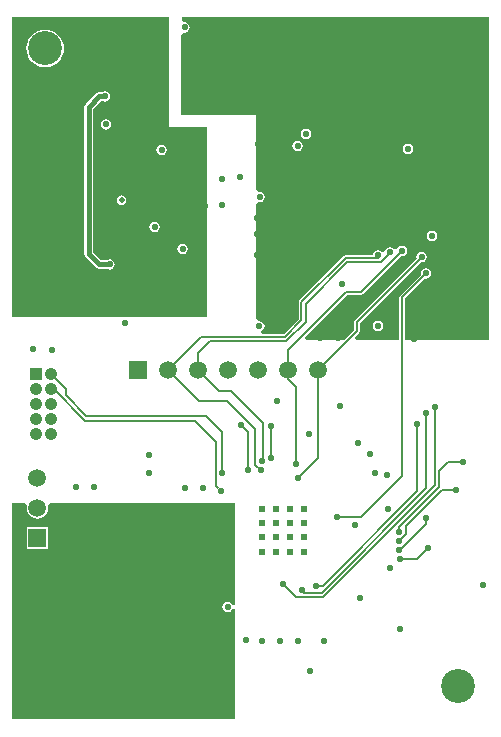
<source format=gbl>
G04 Layer_Physical_Order=4*
G04 Layer_Color=16711680*
%FSLAX25Y25*%
%MOIN*%
G70*
G01*
G75*
%ADD53C,0.00800*%
%ADD54C,0.00600*%
%ADD56C,0.01600*%
%ADD62C,0.04200*%
%ADD63R,0.04200X0.04200*%
%ADD64R,0.05905X0.05905*%
%ADD65C,0.05905*%
%ADD66R,0.05905X0.05905*%
%ADD67C,0.02200*%
%ADD68C,0.02400*%
%ADD69C,0.01968*%
%ADD70C,0.11300*%
G36*
X85000Y48676D02*
X84000Y48577D01*
X83978Y48687D01*
X83602Y49250D01*
X83040Y49625D01*
X82377Y49757D01*
X81713Y49625D01*
X81151Y49250D01*
X80775Y48687D01*
X80643Y48024D01*
X80775Y47361D01*
X81151Y46798D01*
X81713Y46423D01*
X82377Y46291D01*
X83040Y46423D01*
X83602Y46798D01*
X83978Y47361D01*
X84000Y47471D01*
X85000Y47372D01*
Y10500D01*
X10500D01*
Y82500D01*
X14802D01*
X15482Y81500D01*
X15417Y81000D01*
X15539Y80073D01*
X15897Y79208D01*
X16466Y78466D01*
X17208Y77897D01*
X18073Y77539D01*
X19000Y77417D01*
X19927Y77539D01*
X20792Y77897D01*
X21534Y78466D01*
X22103Y79208D01*
X22461Y80073D01*
X22583Y81000D01*
X22518Y81500D01*
X23198Y82500D01*
X85000D01*
Y48676D01*
D02*
G37*
G36*
X63000Y208000D02*
X75500D01*
Y144500D01*
X10500D01*
Y244500D01*
X63000D01*
Y208000D01*
D02*
G37*
G36*
X169500Y137000D02*
X141468D01*
Y150770D01*
X148187Y157489D01*
X148550Y157417D01*
X149213Y157549D01*
X149776Y157924D01*
X150151Y158487D01*
X150283Y159150D01*
X150151Y159813D01*
X149776Y160376D01*
X149213Y160751D01*
X148550Y160883D01*
X147887Y160751D01*
X147324Y160376D01*
X146949Y159813D01*
X146817Y159150D01*
X146889Y158787D01*
X139901Y151799D01*
X139702Y151501D01*
X139632Y151150D01*
Y137000D01*
X125104D01*
X124722Y137924D01*
X126149Y139351D01*
X126348Y139649D01*
X126418Y140000D01*
Y142720D01*
X146687Y162989D01*
X147050Y162917D01*
X147713Y163049D01*
X148276Y163424D01*
X148651Y163987D01*
X148783Y164650D01*
X148651Y165313D01*
X148276Y165876D01*
X147713Y166251D01*
X147050Y166383D01*
X146387Y166251D01*
X145824Y165876D01*
X145449Y165313D01*
X145317Y164650D01*
X145389Y164287D01*
X124851Y143749D01*
X124652Y143451D01*
X124582Y143100D01*
Y140380D01*
X121202Y137000D01*
X108604D01*
X108222Y137924D01*
X122380Y152082D01*
X126900D01*
X127251Y152152D01*
X127549Y152351D01*
X140187Y164989D01*
X140550Y164917D01*
X141213Y165049D01*
X141776Y165424D01*
X142151Y165987D01*
X142283Y166650D01*
X142151Y167313D01*
X141776Y167876D01*
X141213Y168251D01*
X140550Y168383D01*
X139887Y168251D01*
X139324Y167876D01*
X138949Y167313D01*
X137903Y167184D01*
X137776Y167376D01*
X137213Y167751D01*
X136550Y167883D01*
X135887Y167751D01*
X135324Y167376D01*
X134949Y166813D01*
X134888Y166510D01*
X133853Y166260D01*
X133776Y166376D01*
X133213Y166751D01*
X132550Y166883D01*
X131887Y166751D01*
X131324Y166376D01*
X130949Y165813D01*
X130840Y165268D01*
X121770D01*
X121419Y165198D01*
X121121Y164999D01*
X106351Y150229D01*
X106152Y149931D01*
X106082Y149580D01*
Y143880D01*
X101120Y138918D01*
X93857D01*
X93663Y139899D01*
X94226Y140274D01*
X94601Y140837D01*
X94733Y141500D01*
X94601Y142163D01*
X94226Y142726D01*
X93663Y143101D01*
X93000Y143233D01*
X92000Y143988D01*
Y182196D01*
X93000Y182927D01*
X93050Y182917D01*
X93713Y183049D01*
X94276Y183424D01*
X94651Y183987D01*
X94783Y184650D01*
X94651Y185313D01*
X94276Y185876D01*
X93713Y186251D01*
X93050Y186383D01*
X93000Y186373D01*
X92000Y187104D01*
Y212000D01*
X67000D01*
Y238696D01*
X68000Y239427D01*
X68050Y239417D01*
X68713Y239549D01*
X69276Y239924D01*
X69651Y240487D01*
X69783Y241150D01*
X69651Y241813D01*
X69276Y242376D01*
X68713Y242751D01*
X68050Y242883D01*
X68000Y242873D01*
X67142Y243500D01*
X67226Y244500D01*
X169500D01*
Y137000D01*
D02*
G37*
%LPC*%
G36*
X22553Y74553D02*
X15447D01*
Y67447D01*
X22553D01*
Y74553D01*
D02*
G37*
G36*
X58050Y176383D02*
X57387Y176251D01*
X56824Y175876D01*
X56449Y175313D01*
X56317Y174650D01*
X56449Y173987D01*
X56824Y173424D01*
X57387Y173049D01*
X58050Y172917D01*
X58713Y173049D01*
X59276Y173424D01*
X59651Y173987D01*
X59783Y174650D01*
X59651Y175313D01*
X59276Y175876D01*
X58713Y176251D01*
X58050Y176383D01*
D02*
G37*
G36*
X67358Y169105D02*
X66694Y168973D01*
X66132Y168597D01*
X65756Y168035D01*
X65624Y167372D01*
X65756Y166709D01*
X66132Y166146D01*
X66694Y165770D01*
X67358Y165638D01*
X68021Y165770D01*
X68583Y166146D01*
X68959Y166709D01*
X69091Y167372D01*
X68959Y168035D01*
X68583Y168597D01*
X68021Y168973D01*
X67358Y169105D01*
D02*
G37*
G36*
X47050Y185163D02*
X46432Y185040D01*
X45908Y184690D01*
X45558Y184166D01*
X45435Y183548D01*
X45558Y182930D01*
X45908Y182405D01*
X46432Y182055D01*
X47050Y181932D01*
X47668Y182055D01*
X48192Y182405D01*
X48542Y182930D01*
X48665Y183548D01*
X48542Y184166D01*
X48192Y184690D01*
X47668Y185040D01*
X47050Y185163D01*
D02*
G37*
G36*
X41877Y210557D02*
X41214Y210425D01*
X40651Y210049D01*
X40275Y209487D01*
X40143Y208823D01*
X40275Y208160D01*
X40651Y207598D01*
X41214Y207222D01*
X41877Y207090D01*
X42540Y207222D01*
X43102Y207598D01*
X43478Y208160D01*
X43610Y208823D01*
X43478Y209487D01*
X43102Y210049D01*
X42540Y210425D01*
X41877Y210557D01*
D02*
G37*
G36*
X41550Y219883D02*
X40887Y219751D01*
X40626Y219577D01*
X39550D01*
X39550Y219577D01*
X39004Y219469D01*
X38541Y219159D01*
X38541Y219159D01*
X35041Y215659D01*
X34731Y215196D01*
X34623Y214650D01*
X34623Y214650D01*
Y165650D01*
X34623Y165650D01*
X34731Y165104D01*
X35041Y164641D01*
X38541Y161141D01*
X38541Y161141D01*
X39004Y160831D01*
X39550Y160723D01*
X39550Y160723D01*
X42126D01*
X42387Y160549D01*
X43050Y160417D01*
X43713Y160549D01*
X44276Y160924D01*
X44651Y161487D01*
X44783Y162150D01*
X44651Y162813D01*
X44276Y163376D01*
X43713Y163751D01*
X43050Y163883D01*
X42387Y163751D01*
X42126Y163577D01*
X40141D01*
X37477Y166241D01*
Y214059D01*
X40141Y216723D01*
X40626D01*
X40887Y216549D01*
X41550Y216417D01*
X42213Y216549D01*
X42776Y216924D01*
X43151Y217487D01*
X43283Y218150D01*
X43151Y218813D01*
X42776Y219376D01*
X42213Y219751D01*
X41550Y219883D01*
D02*
G37*
G36*
X21550Y240430D02*
X20325Y240310D01*
X19147Y239952D01*
X18061Y239372D01*
X17109Y238591D01*
X16328Y237639D01*
X15748Y236553D01*
X15390Y235375D01*
X15270Y234150D01*
X15390Y232925D01*
X15748Y231747D01*
X16328Y230661D01*
X17109Y229709D01*
X18061Y228928D01*
X19147Y228348D01*
X20325Y227990D01*
X21550Y227870D01*
X22775Y227990D01*
X23953Y228348D01*
X25039Y228928D01*
X25991Y229709D01*
X26772Y230661D01*
X27352Y231747D01*
X27710Y232925D01*
X27830Y234150D01*
X27710Y235375D01*
X27352Y236553D01*
X26772Y237639D01*
X25991Y238591D01*
X25039Y239372D01*
X23953Y239952D01*
X22775Y240310D01*
X21550Y240430D01*
D02*
G37*
G36*
X60377Y202057D02*
X59714Y201925D01*
X59151Y201549D01*
X58775Y200987D01*
X58644Y200323D01*
X58775Y199660D01*
X59151Y199098D01*
X59714Y198722D01*
X60377Y198590D01*
X61040Y198722D01*
X61602Y199098D01*
X61978Y199660D01*
X62110Y200323D01*
X61978Y200987D01*
X61602Y201549D01*
X61040Y201925D01*
X60377Y202057D01*
D02*
G37*
G36*
X150550Y173383D02*
X149887Y173251D01*
X149324Y172876D01*
X148949Y172313D01*
X148817Y171650D01*
X148949Y170987D01*
X149324Y170424D01*
X149887Y170049D01*
X150550Y169917D01*
X151213Y170049D01*
X151776Y170424D01*
X152151Y170987D01*
X152283Y171650D01*
X152151Y172313D01*
X151776Y172876D01*
X151213Y173251D01*
X150550Y173383D01*
D02*
G37*
G36*
X132550Y143383D02*
X131887Y143251D01*
X131324Y142876D01*
X130949Y142313D01*
X130817Y141650D01*
X130949Y140987D01*
X131324Y140424D01*
X131887Y140049D01*
X132550Y139917D01*
X133213Y140049D01*
X133776Y140424D01*
X134151Y140987D01*
X134283Y141650D01*
X134151Y142313D01*
X133776Y142876D01*
X133213Y143251D01*
X132550Y143383D01*
D02*
G37*
G36*
X108550Y207383D02*
X107887Y207251D01*
X107324Y206876D01*
X106949Y206313D01*
X106817Y205650D01*
X106949Y204987D01*
X107324Y204424D01*
X107887Y204049D01*
X108550Y203917D01*
X109213Y204049D01*
X109776Y204424D01*
X110151Y204987D01*
X110283Y205650D01*
X110151Y206313D01*
X109776Y206876D01*
X109213Y207251D01*
X108550Y207383D01*
D02*
G37*
G36*
X142550Y202383D02*
X141887Y202251D01*
X141324Y201876D01*
X140949Y201313D01*
X140817Y200650D01*
X140949Y199987D01*
X141324Y199424D01*
X141887Y199049D01*
X142550Y198917D01*
X143213Y199049D01*
X143776Y199424D01*
X144151Y199987D01*
X144283Y200650D01*
X144151Y201313D01*
X143776Y201876D01*
X143213Y202251D01*
X142550Y202383D01*
D02*
G37*
G36*
X105700Y203383D02*
X105036Y203251D01*
X104474Y202876D01*
X104098Y202313D01*
X103966Y201650D01*
X104098Y200987D01*
X104474Y200424D01*
X105036Y200049D01*
X105700Y199917D01*
X106363Y200049D01*
X106925Y200424D01*
X107301Y200987D01*
X107433Y201650D01*
X107301Y202313D01*
X106925Y202876D01*
X106363Y203251D01*
X105700Y203383D01*
D02*
G37*
%LPD*%
D53*
X96877Y97524D02*
Y108477D01*
D54*
X94050Y96351D02*
Y109450D01*
X121770Y164350D02*
X132550D01*
X126877Y78024D02*
X140550Y91697D01*
X118877Y78024D02*
X126877D01*
X140550Y151150D02*
X148550Y159150D01*
X93877Y96524D02*
X94050Y96351D01*
X100877Y55524D02*
X105077Y51324D01*
X93377Y93524D02*
X93488D01*
X93988Y93024D01*
X133461Y162950D02*
X136550Y166039D01*
Y166150D01*
X107127Y53524D02*
X107927Y52724D01*
X140550Y91697D02*
Y151150D01*
X105877Y91024D02*
X112500Y97647D01*
X122350Y162950D02*
X133461D01*
X132550Y164350D02*
Y165150D01*
X91550Y95351D02*
Y107150D01*
Y95351D02*
X93377Y93524D01*
X78550Y88150D02*
X79177Y87523D01*
X80550Y92650D02*
Y106450D01*
X111877Y55024D02*
X114024D01*
X145500Y86500D02*
Y109000D01*
X107927Y52724D02*
X113704D01*
X148500Y87520D02*
Y112500D01*
X105077Y51324D02*
X114284D01*
X151500Y88540D02*
Y114500D01*
X152900Y93400D02*
X155950Y96450D01*
X161000D01*
X152900Y87900D02*
Y93400D01*
X114024Y55024D02*
X145500Y86500D01*
X113704Y52724D02*
X148500Y87520D01*
X114284Y51324D02*
X151500Y88540D01*
X153980Y87000D02*
X158500D01*
X139500Y74500D02*
X152900Y87900D01*
X139500Y73000D02*
Y74500D01*
X139611Y70000D02*
X142000Y72389D01*
Y75020D01*
X153980Y87000D01*
X139723Y67000D02*
X148500Y75778D01*
Y77500D01*
X139723Y67000D02*
X139723Y67000D01*
X139611Y67000D02*
X139723D01*
X139723Y64000D02*
X145500D01*
X149201Y67701D01*
X78550Y88150D02*
Y102950D01*
X71500Y110000D02*
X78550Y102950D01*
X75250Y111750D02*
X80550Y106450D01*
X108500Y143019D02*
Y149100D01*
X122350Y162950D01*
X87000Y108500D02*
X89050Y106450D01*
Y93650D02*
Y106450D01*
X35000Y110000D02*
X71500D01*
X35250Y111750D02*
X75250D01*
X23500Y120500D02*
X24500D01*
X35000Y110000D01*
X28500Y118500D02*
X35250Y111750D01*
X23500Y125500D02*
X28500Y120500D01*
Y118500D02*
Y120500D01*
X107000Y143500D02*
Y149580D01*
X121770Y164350D01*
X82200Y116500D02*
X91550Y107150D01*
X73000Y116500D02*
X82200D01*
X83500Y120000D02*
X94050Y109450D01*
X79500Y120000D02*
X83500D01*
X101500Y138000D02*
X107000Y143500D01*
X73500Y138000D02*
X101500D01*
X101981Y136500D02*
X108500Y143019D01*
X72500Y132500D02*
X76500Y136500D01*
X101981D01*
X105050Y95650D02*
Y121450D01*
X102500Y124000D02*
X105050Y121450D01*
X102500Y133500D02*
X122000Y153000D01*
X126900D01*
X140550Y166650D01*
X125500Y140000D02*
Y143100D01*
X147050Y164650D01*
X62500Y127000D02*
X73500Y138000D01*
X62500Y127000D02*
X73000Y116500D01*
X102500Y127000D02*
Y133500D01*
Y124000D02*
Y127000D01*
X112500D02*
X125500Y140000D01*
X112500Y97647D02*
Y127000D01*
X72500D02*
X79500Y120000D01*
X72500Y127000D02*
Y132500D01*
D56*
X39550Y162150D02*
X43050D01*
X39550Y218150D02*
X41550D01*
X36050Y165650D02*
X39550Y162150D01*
X36050Y165650D02*
Y214650D01*
X39550Y218150D01*
D62*
X23500Y125500D02*
D03*
X18500Y105500D02*
D03*
X18500Y110500D02*
D03*
Y115500D02*
D03*
X18500Y120500D02*
D03*
X23500Y105500D02*
D03*
X23500Y110500D02*
D03*
X23500Y115500D02*
D03*
Y120500D02*
D03*
D63*
X18500Y125500D02*
D03*
D64*
X19000Y71000D02*
D03*
D65*
Y81000D02*
D03*
Y91000D02*
D03*
X72500Y127000D02*
D03*
X62500D02*
D03*
X82500D02*
D03*
X92500D02*
D03*
X102500D02*
D03*
X112500D02*
D03*
D66*
X52500D02*
D03*
D67*
X166050Y236150D02*
D03*
Y226150D02*
D03*
Y186150D02*
D03*
Y176150D02*
D03*
Y166150D02*
D03*
Y156150D02*
D03*
X163550Y241150D02*
D03*
X161050Y236150D02*
D03*
X163550Y231150D02*
D03*
X161050Y226150D02*
D03*
X163550Y171150D02*
D03*
X161050Y166150D02*
D03*
X163550Y161150D02*
D03*
X161050Y156150D02*
D03*
X163550Y151150D02*
D03*
X158550Y241150D02*
D03*
X156050Y236150D02*
D03*
X158550Y231150D02*
D03*
X156050Y226150D02*
D03*
X158550Y171150D02*
D03*
X156050Y166150D02*
D03*
X158550Y161150D02*
D03*
X156050Y156150D02*
D03*
X158550Y151150D02*
D03*
X153550Y241150D02*
D03*
X151050Y236150D02*
D03*
X153550Y231150D02*
D03*
X151050Y226150D02*
D03*
X153550Y221150D02*
D03*
Y161150D02*
D03*
Y141150D02*
D03*
X148550Y241150D02*
D03*
Y231150D02*
D03*
X146050Y226150D02*
D03*
X148550Y221150D02*
D03*
X146050Y216150D02*
D03*
X143550Y221150D02*
D03*
X141050Y216150D02*
D03*
X116050Y236150D02*
D03*
X113550Y241150D02*
D03*
X111050Y236150D02*
D03*
X113550Y231150D02*
D03*
X108550Y241150D02*
D03*
X106050Y236150D02*
D03*
X108550Y231150D02*
D03*
X106050Y226150D02*
D03*
X103550Y241150D02*
D03*
X101050Y236150D02*
D03*
X103550Y231150D02*
D03*
X101050Y226150D02*
D03*
X103550Y211150D02*
D03*
X101050Y206150D02*
D03*
X98550Y221150D02*
D03*
X96050Y216150D02*
D03*
X98550Y211150D02*
D03*
X93550Y221150D02*
D03*
X73550D02*
D03*
X71050Y216150D02*
D03*
Y196150D02*
D03*
Y186150D02*
D03*
X68550Y161150D02*
D03*
Y31150D02*
D03*
X63550Y171150D02*
D03*
X61050Y166150D02*
D03*
X63550Y161150D02*
D03*
X58550Y221150D02*
D03*
X56050Y216150D02*
D03*
Y56150D02*
D03*
Y36150D02*
D03*
X58550Y31150D02*
D03*
X53550Y221150D02*
D03*
X51050Y216150D02*
D03*
Y156150D02*
D03*
X53550Y61150D02*
D03*
X51050Y56150D02*
D03*
Y46150D02*
D03*
X53550Y41150D02*
D03*
X51050Y36150D02*
D03*
X53550Y31150D02*
D03*
X51050Y26150D02*
D03*
X53550Y21150D02*
D03*
X46050Y156150D02*
D03*
X48550Y151150D02*
D03*
X46050Y56150D02*
D03*
X48550Y51150D02*
D03*
X46050Y46150D02*
D03*
X48550Y41150D02*
D03*
X46050Y36150D02*
D03*
X48550Y31150D02*
D03*
X46050Y26150D02*
D03*
X48550Y21150D02*
D03*
X41050Y156150D02*
D03*
Y56150D02*
D03*
X43550Y51150D02*
D03*
X41050Y46150D02*
D03*
X43550Y41150D02*
D03*
Y21150D02*
D03*
X36050Y156150D02*
D03*
X33550Y221150D02*
D03*
X31050Y156150D02*
D03*
X28550Y221150D02*
D03*
X26050Y216150D02*
D03*
X28550Y161150D02*
D03*
X26050Y156150D02*
D03*
X23550Y221150D02*
D03*
X21050Y216150D02*
D03*
Y206150D02*
D03*
X23550Y201150D02*
D03*
X21050Y176150D02*
D03*
Y166150D02*
D03*
X23550Y161150D02*
D03*
X21050Y156150D02*
D03*
X16050Y226150D02*
D03*
X18550Y221150D02*
D03*
X16050Y216150D02*
D03*
X18550Y211150D02*
D03*
X16050Y206150D02*
D03*
X18550Y201150D02*
D03*
X16050Y196150D02*
D03*
X18550Y171150D02*
D03*
Y161150D02*
D03*
Y61150D02*
D03*
Y51150D02*
D03*
Y41150D02*
D03*
X131204Y239712D02*
D03*
X122144Y232078D02*
D03*
X119670Y230048D02*
D03*
X119386Y220680D02*
D03*
X121655Y218425D02*
D03*
X124779Y217730D02*
D03*
X127979D02*
D03*
X137300Y219540D02*
D03*
X139147Y222153D02*
D03*
X139470Y225337D02*
D03*
X139425Y228537D02*
D03*
X139671Y231727D02*
D03*
X40157Y77236D02*
D03*
X37127Y76209D02*
D03*
X34007Y75497D02*
D03*
X31249Y73874D02*
D03*
X28981Y71616D02*
D03*
X26719Y69353D02*
D03*
X24530Y67019D02*
D03*
X23293Y64067D02*
D03*
X23187Y60869D02*
D03*
Y57669D02*
D03*
Y54469D02*
D03*
Y51269D02*
D03*
Y48069D02*
D03*
Y44869D02*
D03*
Y41669D02*
D03*
Y38469D02*
D03*
X21137Y36012D02*
D03*
X36925Y22241D02*
D03*
X39064Y24621D02*
D03*
X39664Y27765D02*
D03*
Y30965D02*
D03*
X39528Y34162D02*
D03*
X38089Y37020D02*
D03*
X36813Y39954D02*
D03*
Y43154D02*
D03*
Y46354D02*
D03*
Y49554D02*
D03*
Y52754D02*
D03*
Y55954D02*
D03*
Y59154D02*
D03*
X39291Y61178D02*
D03*
X42488Y61041D02*
D03*
X45676Y61324D02*
D03*
X48320Y63127D02*
D03*
X48169Y75369D02*
D03*
X45457Y77066D02*
D03*
X22000Y187500D02*
D03*
X99000Y141500D02*
D03*
X93000D02*
D03*
X62500Y176000D02*
D03*
X110000Y26500D02*
D03*
X58500Y25000D02*
D03*
X24000Y133500D02*
D03*
X92050Y165150D02*
D03*
X83050Y33650D02*
D03*
X57550Y44650D02*
D03*
X63550Y33650D02*
D03*
X56050Y98650D02*
D03*
X124924Y75477D02*
D03*
X148550Y159150D02*
D03*
X118877Y78024D02*
D03*
X140550Y166650D02*
D03*
X31950Y87850D02*
D03*
X96877Y97524D02*
D03*
X93877Y96524D02*
D03*
X125877Y102524D02*
D03*
X74050Y87650D02*
D03*
X56050Y92650D02*
D03*
X68050Y87650D02*
D03*
X167550Y55150D02*
D03*
X126377Y50941D02*
D03*
X67358Y167372D02*
D03*
X120550Y155650D02*
D03*
X113050Y137650D02*
D03*
X105700Y201650D02*
D03*
X108550Y205650D02*
D03*
X161550Y183650D02*
D03*
X142550Y200650D02*
D03*
X150550Y171650D02*
D03*
X132550Y141650D02*
D03*
X93050Y184650D02*
D03*
X92050Y177650D02*
D03*
X68050Y241150D02*
D03*
X113550Y225150D02*
D03*
X84050Y225650D02*
D03*
X29550Y213650D02*
D03*
X41877Y208823D02*
D03*
X25576Y209624D02*
D03*
X160550Y144650D02*
D03*
X161550Y189150D02*
D03*
X161050Y177650D02*
D03*
X161550Y195150D02*
D03*
X161050Y200650D02*
D03*
X93050Y208150D02*
D03*
X72550Y47650D02*
D03*
X114377Y36524D02*
D03*
X105877D02*
D03*
X93877D02*
D03*
X88377Y37024D02*
D03*
X93377Y93524D02*
D03*
X53550Y173150D02*
D03*
X105877Y91024D02*
D03*
X80550Y190650D02*
D03*
X58050Y174650D02*
D03*
X60377Y200323D02*
D03*
X93050Y191150D02*
D03*
Y196650D02*
D03*
X129877Y99024D02*
D03*
X58050Y190650D02*
D03*
X33550Y163650D02*
D03*
X54050Y163150D02*
D03*
X21550Y181650D02*
D03*
X99000Y116500D02*
D03*
X49050Y234150D02*
D03*
X60377Y56524D02*
D03*
X66550Y75150D02*
D03*
X72550Y228150D02*
D03*
X95550Y227650D02*
D03*
X26550Y169548D02*
D03*
X92050Y172150D02*
D03*
X108800Y221400D02*
D03*
X60377Y62024D02*
D03*
X54377Y79524D02*
D03*
X136500Y61000D02*
D03*
X161050Y219650D02*
D03*
X145050Y238150D02*
D03*
X149050Y142150D02*
D03*
X153550Y146650D02*
D03*
X104550Y218150D02*
D03*
X74964Y181685D02*
D03*
X80404Y181832D02*
D03*
X132550Y165150D02*
D03*
X136550Y166150D02*
D03*
X147050Y164650D02*
D03*
X100877Y55524D02*
D03*
X107127Y53524D02*
D03*
X111877Y55024D02*
D03*
X135500Y92000D02*
D03*
X92550Y202150D02*
D03*
X86550Y191150D02*
D03*
X120050Y238150D02*
D03*
X140000Y40500D02*
D03*
X82377Y48024D02*
D03*
X99877Y36524D02*
D03*
X144550Y137150D02*
D03*
X119050Y137650D02*
D03*
X105050Y95650D02*
D03*
X96877Y108477D02*
D03*
X109550Y105650D02*
D03*
X89050Y93650D02*
D03*
X80550Y92650D02*
D03*
X73550Y75150D02*
D03*
X60377Y79650D02*
D03*
X48050Y142650D02*
D03*
X60050Y157650D02*
D03*
X66050D02*
D03*
X72050D02*
D03*
X43050Y162150D02*
D03*
X41550Y218150D02*
D03*
X37950Y87850D02*
D03*
X18000Y151500D02*
D03*
X17500Y134000D02*
D03*
X80050Y86650D02*
D03*
X168550Y194650D02*
D03*
X145500Y109000D02*
D03*
X148500Y112500D02*
D03*
X151500Y114500D02*
D03*
X131353Y92500D02*
D03*
X161000Y96450D02*
D03*
X158500Y87000D02*
D03*
X136000Y80500D02*
D03*
X139611Y70000D02*
D03*
X139500Y73000D02*
D03*
X148500Y77500D02*
D03*
X149201Y67701D02*
D03*
X139611Y67000D02*
D03*
X139723Y64000D02*
D03*
X87000Y108500D02*
D03*
X120000Y115000D02*
D03*
D68*
X93790Y75886D02*
D03*
X98515D02*
D03*
X93790Y71162D02*
D03*
X98515D02*
D03*
X93790Y66437D02*
D03*
X98515D02*
D03*
X93790Y80611D02*
D03*
X98515D02*
D03*
X103239Y71162D02*
D03*
X107963D02*
D03*
Y80611D02*
D03*
X103239D02*
D03*
Y66437D02*
D03*
X107963D02*
D03*
X103239Y75886D02*
D03*
X107963D02*
D03*
D69*
X47050Y183548D02*
D03*
X131381Y185981D02*
D03*
Y181650D02*
D03*
Y177319D02*
D03*
X127050Y185981D02*
D03*
Y181650D02*
D03*
Y177319D02*
D03*
X122719Y185981D02*
D03*
Y181650D02*
D03*
Y177319D02*
D03*
D70*
X21550Y234150D02*
D03*
X159050Y21650D02*
D03*
M02*

</source>
